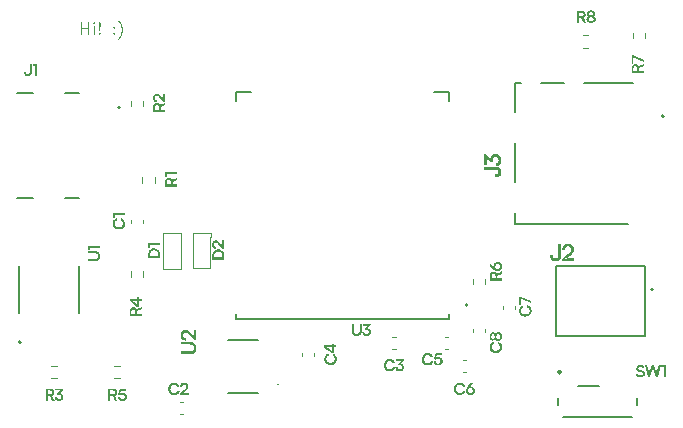
<source format=gbr>
%TF.GenerationSoftware,KiCad,Pcbnew,9.0.6*%
%TF.CreationDate,2025-12-13T17:25:46+11:00*%
%TF.ProjectId,esp32,65737033-322e-46b6-9963-61645f706362,rev?*%
%TF.SameCoordinates,Original*%
%TF.FileFunction,Legend,Top*%
%TF.FilePolarity,Positive*%
%FSLAX46Y46*%
G04 Gerber Fmt 4.6, Leading zero omitted, Abs format (unit mm)*
G04 Created by KiCad (PCBNEW 9.0.6) date 2025-12-13 17:25:46*
%MOMM*%
%LPD*%
G01*
G04 APERTURE LIST*
%ADD10C,0.100000*%
%ADD11C,0.150000*%
%ADD12C,0.254000*%
%ADD13C,0.127000*%
%ADD14C,0.200000*%
%ADD15C,0.120000*%
%ADD16C,0.250000*%
%ADD17C,0.021000*%
G04 APERTURE END LIST*
D10*
X86750000Y-43750000D02*
X86735000Y-44487500D01*
X87765000Y-43750000D02*
X89250000Y-43750000D01*
X85265000Y-44487500D02*
X85265000Y-43750000D01*
X85265000Y-43750000D02*
X86750000Y-43750000D01*
X87765000Y-44412500D02*
X87765000Y-43750000D01*
X89250000Y-43750000D02*
X89235000Y-44412500D01*
X78303884Y-26872419D02*
X78303884Y-25872419D01*
X78303884Y-26348609D02*
X78875312Y-26348609D01*
X78875312Y-26872419D02*
X78875312Y-25872419D01*
X79351503Y-26872419D02*
X79351503Y-26205752D01*
X79351503Y-25872419D02*
X79303884Y-25920038D01*
X79303884Y-25920038D02*
X79351503Y-25967657D01*
X79351503Y-25967657D02*
X79399122Y-25920038D01*
X79399122Y-25920038D02*
X79351503Y-25872419D01*
X79351503Y-25872419D02*
X79351503Y-25967657D01*
X79827693Y-26777180D02*
X79875312Y-26824800D01*
X79875312Y-26824800D02*
X79827693Y-26872419D01*
X79827693Y-26872419D02*
X79780074Y-26824800D01*
X79780074Y-26824800D02*
X79827693Y-26777180D01*
X79827693Y-26777180D02*
X79827693Y-26872419D01*
X79827693Y-26491466D02*
X79780074Y-25920038D01*
X79780074Y-25920038D02*
X79827693Y-25872419D01*
X79827693Y-25872419D02*
X79875312Y-25920038D01*
X79875312Y-25920038D02*
X79827693Y-26491466D01*
X79827693Y-26491466D02*
X79827693Y-25872419D01*
X81065788Y-26777180D02*
X81113407Y-26824800D01*
X81113407Y-26824800D02*
X81065788Y-26872419D01*
X81065788Y-26872419D02*
X81018169Y-26824800D01*
X81018169Y-26824800D02*
X81065788Y-26777180D01*
X81065788Y-26777180D02*
X81065788Y-26872419D01*
X81065788Y-26253371D02*
X81113407Y-26300990D01*
X81113407Y-26300990D02*
X81065788Y-26348609D01*
X81065788Y-26348609D02*
X81018169Y-26300990D01*
X81018169Y-26300990D02*
X81065788Y-26253371D01*
X81065788Y-26253371D02*
X81065788Y-26348609D01*
X81446740Y-27253371D02*
X81494359Y-27205752D01*
X81494359Y-27205752D02*
X81589597Y-27062895D01*
X81589597Y-27062895D02*
X81637216Y-26967657D01*
X81637216Y-26967657D02*
X81684835Y-26824800D01*
X81684835Y-26824800D02*
X81732454Y-26586704D01*
X81732454Y-26586704D02*
X81732454Y-26396228D01*
X81732454Y-26396228D02*
X81684835Y-26158133D01*
X81684835Y-26158133D02*
X81637216Y-26015276D01*
X81637216Y-26015276D02*
X81589597Y-25920038D01*
X81589597Y-25920038D02*
X81494359Y-25777180D01*
X81494359Y-25777180D02*
X81446740Y-25729561D01*
D11*
G36*
X118016581Y-45680759D02*
G01*
X118016581Y-45596812D01*
X118255682Y-45596812D01*
X118255682Y-45679904D01*
X118261329Y-45732146D01*
X118277630Y-45777364D01*
X118304580Y-45817107D01*
X118340952Y-45846907D01*
X118390364Y-45866031D01*
X118457085Y-45873100D01*
X118525214Y-45865978D01*
X118574470Y-45846918D01*
X118609676Y-45817535D01*
X118635057Y-45777993D01*
X118650994Y-45729614D01*
X118656692Y-45670073D01*
X118656692Y-44653058D01*
X118908360Y-44653058D01*
X118908360Y-45685802D01*
X118901916Y-45766459D01*
X118883216Y-45839015D01*
X118852624Y-45904900D01*
X118810620Y-45964070D01*
X118759106Y-46013727D01*
X118697127Y-46054585D01*
X118628684Y-46083752D01*
X118550433Y-46101968D01*
X118460504Y-46108355D01*
X118365344Y-46101634D01*
X118284652Y-46082682D01*
X118216017Y-46052704D01*
X118154435Y-46010524D01*
X118104970Y-45959990D01*
X118066419Y-45900370D01*
X118039134Y-45834269D01*
X118022368Y-45761488D01*
X118016581Y-45680759D01*
G37*
G36*
X120025820Y-46081000D02*
G01*
X119030091Y-46081000D01*
X119030091Y-45892762D01*
X119498805Y-45498248D01*
X119621391Y-45387032D01*
X119667734Y-45335933D01*
X119700806Y-45291375D01*
X119726711Y-45245667D01*
X119743976Y-45201530D01*
X119754199Y-45155386D01*
X119757739Y-45103906D01*
X119750011Y-45025486D01*
X119728729Y-44964277D01*
X119695250Y-44916437D01*
X119649606Y-44880477D01*
X119592159Y-44858064D01*
X119519407Y-44850016D01*
X119444755Y-44859184D01*
X119383941Y-44885208D01*
X119333734Y-44928063D01*
X119297053Y-44983843D01*
X119273765Y-45054097D01*
X119265346Y-45142802D01*
X119013678Y-45142802D01*
X119021087Y-45039959D01*
X119042324Y-44949552D01*
X119076509Y-44869592D01*
X119124353Y-44797380D01*
X119182911Y-44737693D01*
X119253121Y-44689389D01*
X119331321Y-44654638D01*
X119419056Y-44633166D01*
X119518210Y-44625703D01*
X119619049Y-44632368D01*
X119706347Y-44651306D01*
X119782188Y-44681439D01*
X119851117Y-44724323D01*
X119907990Y-44777204D01*
X119954013Y-44840869D01*
X119987052Y-44912280D01*
X120007651Y-44994309D01*
X120014878Y-45089117D01*
X120009682Y-45162216D01*
X119994362Y-45230937D01*
X119968981Y-45296857D01*
X119932812Y-45361985D01*
X119888007Y-45424448D01*
X119831342Y-45490042D01*
X119767323Y-45554265D01*
X119688838Y-45624937D01*
X119341256Y-45922168D01*
X119251412Y-45845745D01*
X120025820Y-45845745D01*
X120025820Y-46081000D01*
G37*
G36*
X81074490Y-56897108D02*
G01*
X81147075Y-56913816D01*
X81207611Y-56939988D01*
X81258077Y-56975153D01*
X81299867Y-57020348D01*
X81329928Y-57073458D01*
X81348667Y-57136065D01*
X81355286Y-57210420D01*
X81349736Y-57277186D01*
X81333902Y-57334742D01*
X81308391Y-57384748D01*
X81273024Y-57428225D01*
X81227593Y-57464790D01*
X81170516Y-57494658D01*
X81365117Y-57913046D01*
X81169112Y-57913046D01*
X80996066Y-57532027D01*
X80776919Y-57532027D01*
X80776919Y-57913046D01*
X80597156Y-57913046D01*
X80597156Y-57375711D01*
X80776919Y-57375711D01*
X80987639Y-57375711D01*
X81042833Y-57370345D01*
X81086171Y-57355541D01*
X81120263Y-57332236D01*
X81146086Y-57300385D01*
X81162025Y-57260884D01*
X81167707Y-57211458D01*
X81161975Y-57162090D01*
X81146007Y-57123374D01*
X81120263Y-57092817D01*
X81086328Y-57070667D01*
X81042994Y-57056507D01*
X80987639Y-57051357D01*
X80776919Y-57051357D01*
X80776919Y-57375711D01*
X80597156Y-57375711D01*
X80597156Y-56891133D01*
X80987395Y-56891133D01*
X81074490Y-56897108D01*
G37*
G36*
X81775078Y-57930631D02*
G01*
X81705267Y-57925613D01*
X81643450Y-57911185D01*
X81588355Y-57887889D01*
X81538510Y-57855284D01*
X81497275Y-57815316D01*
X81463852Y-57767355D01*
X81439794Y-57713893D01*
X81424932Y-57653860D01*
X81419766Y-57585943D01*
X81595621Y-57585943D01*
X81601543Y-57641737D01*
X81618036Y-57686067D01*
X81644408Y-57721498D01*
X81679741Y-57748009D01*
X81723545Y-57764508D01*
X81778254Y-57770408D01*
X81835245Y-57764031D01*
X81881996Y-57745983D01*
X81920908Y-57716250D01*
X81950323Y-57675397D01*
X81968341Y-57626497D01*
X81974686Y-57567686D01*
X81968725Y-57511412D01*
X81951666Y-57463639D01*
X81923567Y-57423201D01*
X81885476Y-57393053D01*
X81839112Y-57374516D01*
X81780940Y-57367896D01*
X81724394Y-57374442D01*
X81672985Y-57393785D01*
X81628306Y-57423847D01*
X81595621Y-57460158D01*
X81437901Y-57426575D01*
X81563503Y-56891133D01*
X82096197Y-56891133D01*
X82096197Y-57055265D01*
X81645813Y-57055265D01*
X81705713Y-56999638D01*
X81623465Y-57326008D01*
X81563503Y-57351226D01*
X81589549Y-57312177D01*
X81623053Y-57279745D01*
X81664925Y-57253407D01*
X81711283Y-57234776D01*
X81762114Y-57223338D01*
X81818248Y-57219396D01*
X81885207Y-57224485D01*
X81944240Y-57239107D01*
X81996668Y-57262749D01*
X82043924Y-57295388D01*
X82083356Y-57335012D01*
X82115614Y-57382245D01*
X82138958Y-57434540D01*
X82153358Y-57493031D01*
X82158356Y-57558954D01*
X82152726Y-57631211D01*
X82136475Y-57695482D01*
X82110057Y-57753128D01*
X82073673Y-57804938D01*
X82029177Y-57848274D01*
X81975785Y-57883797D01*
X81916807Y-57909312D01*
X81850382Y-57925124D01*
X81775078Y-57930631D01*
G37*
G36*
X85413046Y-32888790D02*
G01*
X85032027Y-33061836D01*
X85032027Y-33280983D01*
X85413046Y-33280983D01*
X85413046Y-33460746D01*
X84391133Y-33460746D01*
X84391133Y-33070507D01*
X84391150Y-33070263D01*
X84551357Y-33070263D01*
X84551357Y-33280983D01*
X84875711Y-33280983D01*
X84875711Y-33070263D01*
X84870345Y-33015069D01*
X84855541Y-32971731D01*
X84832236Y-32937639D01*
X84800385Y-32911816D01*
X84760884Y-32895877D01*
X84711458Y-32890195D01*
X84662090Y-32895927D01*
X84623374Y-32911895D01*
X84592817Y-32937639D01*
X84570667Y-32971574D01*
X84556507Y-33014908D01*
X84551357Y-33070263D01*
X84391150Y-33070263D01*
X84397108Y-32983412D01*
X84413816Y-32910827D01*
X84439988Y-32850291D01*
X84475153Y-32799825D01*
X84520348Y-32758035D01*
X84573458Y-32727974D01*
X84636065Y-32709235D01*
X84710420Y-32702616D01*
X84777186Y-32708166D01*
X84834742Y-32724000D01*
X84884748Y-32749511D01*
X84928225Y-32784878D01*
X84964790Y-32830309D01*
X84994658Y-32887386D01*
X85413046Y-32692785D01*
X85413046Y-32888790D01*
G37*
G36*
X85415000Y-31922993D02*
G01*
X85415000Y-32634228D01*
X85280544Y-32634228D01*
X84998749Y-32299432D01*
X84919309Y-32211871D01*
X84882809Y-32178768D01*
X84850982Y-32155146D01*
X84818333Y-32136642D01*
X84786807Y-32124310D01*
X84753847Y-32117008D01*
X84717076Y-32114479D01*
X84661061Y-32119999D01*
X84617341Y-32135201D01*
X84583169Y-32159115D01*
X84557483Y-32191717D01*
X84541474Y-32232751D01*
X84535725Y-32284717D01*
X84542274Y-32338039D01*
X84560863Y-32381478D01*
X84591474Y-32417340D01*
X84631316Y-32443541D01*
X84681498Y-32460175D01*
X84744858Y-32466189D01*
X84744858Y-32645952D01*
X84671399Y-32640659D01*
X84606823Y-32625490D01*
X84549708Y-32601072D01*
X84498129Y-32566898D01*
X84455495Y-32525071D01*
X84420992Y-32474921D01*
X84396170Y-32419063D01*
X84380833Y-32356396D01*
X84375502Y-32285571D01*
X84380263Y-32213543D01*
X84393790Y-32151188D01*
X84415314Y-32097016D01*
X84445945Y-32047781D01*
X84483717Y-32007157D01*
X84529192Y-31974284D01*
X84580200Y-31950684D01*
X84638792Y-31935971D01*
X84706512Y-31930809D01*
X84758726Y-31934520D01*
X84807812Y-31945463D01*
X84854898Y-31963592D01*
X84901418Y-31989427D01*
X84946034Y-32021431D01*
X84992887Y-32061906D01*
X85038761Y-32107634D01*
X85089241Y-32163694D01*
X85301549Y-32411967D01*
X85246960Y-32476142D01*
X85246960Y-31922993D01*
X85415000Y-31922993D01*
G37*
G36*
X125913046Y-29596292D02*
G01*
X125532027Y-29769338D01*
X125532027Y-29988485D01*
X125913046Y-29988485D01*
X125913046Y-30168248D01*
X124891133Y-30168248D01*
X124891133Y-29778009D01*
X124891150Y-29777765D01*
X125051357Y-29777765D01*
X125051357Y-29988485D01*
X125375711Y-29988485D01*
X125375711Y-29777765D01*
X125370345Y-29722571D01*
X125355541Y-29679233D01*
X125332236Y-29645141D01*
X125300385Y-29619318D01*
X125260884Y-29603379D01*
X125211458Y-29597697D01*
X125162090Y-29603429D01*
X125123374Y-29619397D01*
X125092817Y-29645141D01*
X125070667Y-29679076D01*
X125056507Y-29722410D01*
X125051357Y-29777765D01*
X124891150Y-29777765D01*
X124897108Y-29690914D01*
X124913816Y-29618329D01*
X124939988Y-29557793D01*
X124975153Y-29507327D01*
X125020348Y-29465537D01*
X125073458Y-29435476D01*
X125136065Y-29416737D01*
X125210420Y-29410118D01*
X125277186Y-29415668D01*
X125334742Y-29431502D01*
X125384748Y-29457013D01*
X125428225Y-29492380D01*
X125464790Y-29537811D01*
X125494658Y-29594888D01*
X125913046Y-29400287D01*
X125913046Y-29596292D01*
G37*
G36*
X124895041Y-29396440D02*
G01*
X124895041Y-28661758D01*
X125059173Y-28661758D01*
X125059173Y-29396440D01*
X124895041Y-29396440D01*
G37*
G36*
X124969719Y-28801709D02*
G01*
X125059173Y-28661758D01*
X125915000Y-29032580D01*
X125915000Y-29218693D01*
X124969719Y-28801709D01*
G37*
G36*
X107642429Y-54934539D02*
G01*
X107567628Y-54930194D01*
X107500020Y-54917640D01*
X107438660Y-54897371D01*
X107382737Y-54869570D01*
X107330969Y-54833840D01*
X107285492Y-54791726D01*
X107245865Y-54742815D01*
X107211889Y-54686449D01*
X107178879Y-54605605D01*
X107158244Y-54513369D01*
X107151012Y-54407646D01*
X107155190Y-54327847D01*
X107167261Y-54255480D01*
X107186716Y-54189651D01*
X107213294Y-54129576D01*
X107248004Y-54072999D01*
X107288659Y-54023775D01*
X107335501Y-53981272D01*
X107389027Y-53945111D01*
X107446759Y-53916832D01*
X107509142Y-53896347D01*
X107576881Y-53883744D01*
X107650794Y-53879410D01*
X107730973Y-53884623D01*
X107803380Y-53899710D01*
X107869147Y-53924167D01*
X107930313Y-53958258D01*
X107983253Y-53999828D01*
X108028760Y-54049220D01*
X108065239Y-54105388D01*
X108091864Y-54168588D01*
X108108566Y-54240034D01*
X107919583Y-54240034D01*
X107896359Y-54184064D01*
X107863618Y-54138208D01*
X107820848Y-54100999D01*
X107770645Y-54073972D01*
X107712681Y-54057227D01*
X107645176Y-54051357D01*
X107584842Y-54056400D01*
X107531359Y-54070963D01*
X107483487Y-54094710D01*
X107441165Y-54127258D01*
X107405588Y-54167906D01*
X107376387Y-54217686D01*
X107356002Y-54272025D01*
X107343132Y-54334866D01*
X107338590Y-54407707D01*
X107343059Y-54477643D01*
X107355861Y-54539406D01*
X107376387Y-54594187D01*
X107405598Y-54644442D01*
X107441181Y-54685557D01*
X107483487Y-54718567D01*
X107531399Y-54742698D01*
X107584878Y-54757477D01*
X107645176Y-54762592D01*
X107713619Y-54756678D01*
X107773023Y-54739734D01*
X107825061Y-54712278D01*
X107869751Y-54674566D01*
X107902788Y-54629759D01*
X107925140Y-54576723D01*
X108111375Y-54576723D01*
X108093059Y-54645270D01*
X108064891Y-54707385D01*
X108026684Y-54763996D01*
X107979796Y-54813797D01*
X107925454Y-54855635D01*
X107862858Y-54889842D01*
X107795754Y-54914324D01*
X107722620Y-54929363D01*
X107642429Y-54934539D01*
G37*
G36*
X108512605Y-54930631D02*
G01*
X108442794Y-54925613D01*
X108380976Y-54911185D01*
X108325881Y-54887889D01*
X108276036Y-54855284D01*
X108234801Y-54815316D01*
X108201378Y-54767355D01*
X108177321Y-54713893D01*
X108162459Y-54653860D01*
X108157292Y-54585943D01*
X108333147Y-54585943D01*
X108339069Y-54641737D01*
X108355563Y-54686067D01*
X108381935Y-54721498D01*
X108417268Y-54748009D01*
X108461071Y-54764508D01*
X108515780Y-54770408D01*
X108572771Y-54764031D01*
X108619522Y-54745983D01*
X108658435Y-54716250D01*
X108687849Y-54675397D01*
X108705868Y-54626497D01*
X108712212Y-54567686D01*
X108706251Y-54511412D01*
X108689192Y-54463639D01*
X108661094Y-54423201D01*
X108623002Y-54393053D01*
X108576639Y-54374516D01*
X108518467Y-54367896D01*
X108461920Y-54374442D01*
X108410511Y-54393785D01*
X108365833Y-54423847D01*
X108333147Y-54460158D01*
X108175427Y-54426575D01*
X108301029Y-53891133D01*
X108833723Y-53891133D01*
X108833723Y-54055265D01*
X108383339Y-54055265D01*
X108443240Y-53999638D01*
X108360991Y-54326008D01*
X108301029Y-54351226D01*
X108327075Y-54312177D01*
X108360579Y-54279745D01*
X108402451Y-54253407D01*
X108448810Y-54234776D01*
X108499640Y-54223338D01*
X108555775Y-54219396D01*
X108622734Y-54224485D01*
X108681767Y-54239107D01*
X108734194Y-54262749D01*
X108781450Y-54295388D01*
X108820882Y-54335012D01*
X108853140Y-54382245D01*
X108876485Y-54434540D01*
X108890885Y-54493031D01*
X108895883Y-54558954D01*
X108890252Y-54631211D01*
X108874001Y-54695482D01*
X108847584Y-54753128D01*
X108811199Y-54804938D01*
X108766704Y-54848274D01*
X108713311Y-54883797D01*
X108654333Y-54909312D01*
X108587909Y-54925124D01*
X108512605Y-54930631D01*
G37*
G36*
X113913046Y-47170541D02*
G01*
X113532027Y-47343587D01*
X113532027Y-47562734D01*
X113913046Y-47562734D01*
X113913046Y-47742497D01*
X112891133Y-47742497D01*
X112891133Y-47352258D01*
X112891150Y-47352014D01*
X113051357Y-47352014D01*
X113051357Y-47562734D01*
X113375711Y-47562734D01*
X113375711Y-47352014D01*
X113370345Y-47296820D01*
X113355541Y-47253482D01*
X113332236Y-47219390D01*
X113300385Y-47193567D01*
X113260884Y-47177628D01*
X113211458Y-47171946D01*
X113162090Y-47177678D01*
X113123374Y-47193646D01*
X113092817Y-47219390D01*
X113070667Y-47253325D01*
X113056507Y-47296659D01*
X113051357Y-47352014D01*
X112891150Y-47352014D01*
X112897108Y-47265163D01*
X112913816Y-47192578D01*
X112939988Y-47132042D01*
X112975153Y-47081576D01*
X113020348Y-47039786D01*
X113073458Y-47009725D01*
X113136065Y-46990986D01*
X113210420Y-46984367D01*
X113277186Y-46989917D01*
X113334742Y-47005751D01*
X113384748Y-47031262D01*
X113428225Y-47066629D01*
X113464790Y-47112060D01*
X113494658Y-47169137D01*
X113913046Y-46974536D01*
X113913046Y-47170541D01*
G37*
G36*
X113634857Y-46167522D02*
G01*
X113698599Y-46184198D01*
X113755997Y-46211399D01*
X113807571Y-46248507D01*
X113851008Y-46293446D01*
X113886912Y-46346954D01*
X113913059Y-46405910D01*
X113929040Y-46470508D01*
X113934539Y-46541921D01*
X113928901Y-46614266D01*
X113912500Y-46679815D01*
X113885629Y-46739758D01*
X113848852Y-46794124D01*
X113804576Y-46839751D01*
X113752212Y-46877389D01*
X113694095Y-46905164D01*
X113631356Y-46921964D01*
X113562862Y-46927703D01*
X113501382Y-46923912D01*
X113446236Y-46912987D01*
X113392460Y-46894067D01*
X113332358Y-46864016D01*
X113270942Y-46825844D01*
X113195399Y-46772303D01*
X112895041Y-46551141D01*
X112895041Y-46347137D01*
X113220014Y-46591203D01*
X113211468Y-46558247D01*
X113209987Y-46541372D01*
X113356172Y-46541372D01*
X113362998Y-46598774D01*
X113382672Y-46647617D01*
X113414236Y-46688492D01*
X113455884Y-46718875D01*
X113505220Y-46737513D01*
X113563839Y-46744032D01*
X113623747Y-46737331D01*
X113673932Y-46718203D01*
X113716214Y-46687313D01*
X113747815Y-46646884D01*
X113767469Y-46598666D01*
X113774316Y-46541372D01*
X113767487Y-46485353D01*
X113747815Y-46437935D01*
X113716267Y-46398120D01*
X113673932Y-46367410D01*
X113623743Y-46348236D01*
X113563839Y-46341520D01*
X113505265Y-46348218D01*
X113455884Y-46367410D01*
X113414104Y-46398072D01*
X113382672Y-46437935D01*
X113363001Y-46485353D01*
X113356172Y-46541372D01*
X113209987Y-46541372D01*
X113207672Y-46514993D01*
X113212985Y-46446401D01*
X113228315Y-46385402D01*
X113253224Y-46330712D01*
X113287521Y-46281426D01*
X113329300Y-46240224D01*
X113379253Y-46206454D01*
X113434505Y-46181963D01*
X113495503Y-46166942D01*
X113563412Y-46161757D01*
X113634857Y-46167522D01*
G37*
G36*
X79541003Y-46082763D02*
G01*
X78893087Y-46082763D01*
X78893087Y-45903000D01*
X79530744Y-45903000D01*
X79585991Y-45898847D01*
X79631507Y-45887263D01*
X79669058Y-45869103D01*
X79700005Y-45844565D01*
X79724783Y-45813722D01*
X79743006Y-45776733D01*
X79754561Y-45732358D01*
X79758684Y-45678968D01*
X79754498Y-45624891D01*
X79742783Y-45580101D01*
X79724334Y-45542909D01*
X79699272Y-45512028D01*
X79667995Y-45487410D01*
X79630397Y-45469253D01*
X79585200Y-45457715D01*
X79530744Y-45453593D01*
X78893087Y-45453593D01*
X78893087Y-45273830D01*
X79541003Y-45273830D01*
X79618839Y-45279686D01*
X79686976Y-45296457D01*
X79747021Y-45323473D01*
X79800794Y-45361066D01*
X79845711Y-45407570D01*
X79882454Y-45463912D01*
X79908582Y-45526158D01*
X79924908Y-45597286D01*
X79930631Y-45678968D01*
X79925003Y-45759819D01*
X79908918Y-45830570D01*
X79883126Y-45892803D01*
X79846741Y-45949036D01*
X79801846Y-45995526D01*
X79747693Y-46033181D01*
X79687222Y-46060184D01*
X79618846Y-46076925D01*
X79541003Y-46082763D01*
G37*
G36*
X79055265Y-44967061D02*
G01*
X79055265Y-45191765D01*
X78895041Y-45191765D01*
X78895041Y-44796274D01*
X79916953Y-44796274D01*
X79916953Y-44967061D01*
X79055265Y-44967061D01*
G37*
G36*
X110352774Y-57434539D02*
G01*
X110277973Y-57430194D01*
X110210365Y-57417640D01*
X110149005Y-57397371D01*
X110093082Y-57369570D01*
X110041314Y-57333840D01*
X109995837Y-57291726D01*
X109956210Y-57242815D01*
X109922234Y-57186449D01*
X109889224Y-57105605D01*
X109868589Y-57013369D01*
X109861357Y-56907646D01*
X109865535Y-56827847D01*
X109877606Y-56755480D01*
X109897061Y-56689651D01*
X109923639Y-56629576D01*
X109958349Y-56572999D01*
X109999004Y-56523775D01*
X110045846Y-56481272D01*
X110099372Y-56445111D01*
X110157104Y-56416832D01*
X110219487Y-56396347D01*
X110287226Y-56383744D01*
X110361139Y-56379410D01*
X110441318Y-56384623D01*
X110513725Y-56399710D01*
X110579492Y-56424167D01*
X110640658Y-56458258D01*
X110693598Y-56499828D01*
X110739105Y-56549220D01*
X110775584Y-56605388D01*
X110802209Y-56668588D01*
X110818911Y-56740034D01*
X110629928Y-56740034D01*
X110606704Y-56684064D01*
X110573963Y-56638208D01*
X110531193Y-56600999D01*
X110480990Y-56573972D01*
X110423026Y-56557227D01*
X110355521Y-56551357D01*
X110295187Y-56556400D01*
X110241704Y-56570963D01*
X110193832Y-56594710D01*
X110151510Y-56627258D01*
X110115933Y-56667906D01*
X110086732Y-56717686D01*
X110066347Y-56772025D01*
X110053477Y-56834866D01*
X110048935Y-56907707D01*
X110053404Y-56977643D01*
X110066206Y-57039406D01*
X110086732Y-57094187D01*
X110115943Y-57144442D01*
X110151526Y-57185557D01*
X110193832Y-57218567D01*
X110241744Y-57242698D01*
X110295223Y-57257477D01*
X110355521Y-57262592D01*
X110423964Y-57256678D01*
X110483368Y-57239734D01*
X110535406Y-57212278D01*
X110580096Y-57174566D01*
X110613133Y-57129759D01*
X110635485Y-57076723D01*
X110821720Y-57076723D01*
X110803404Y-57145270D01*
X110775236Y-57207385D01*
X110737029Y-57263996D01*
X110690141Y-57313797D01*
X110635799Y-57355635D01*
X110573203Y-57389842D01*
X110506099Y-57414324D01*
X110432965Y-57429363D01*
X110352774Y-57434539D01*
G37*
G36*
X111196321Y-56720014D02*
G01*
X111229277Y-56711468D01*
X111272531Y-56707672D01*
X111341124Y-56712985D01*
X111402122Y-56728315D01*
X111456812Y-56753224D01*
X111506098Y-56787521D01*
X111547300Y-56829300D01*
X111581071Y-56879253D01*
X111605561Y-56934505D01*
X111620582Y-56995503D01*
X111625767Y-57063412D01*
X111620002Y-57134857D01*
X111603327Y-57198599D01*
X111576125Y-57255997D01*
X111539017Y-57307571D01*
X111494078Y-57351008D01*
X111440570Y-57386912D01*
X111381615Y-57413059D01*
X111317017Y-57429040D01*
X111245603Y-57434539D01*
X111173259Y-57428901D01*
X111107709Y-57412500D01*
X111047767Y-57385629D01*
X110993401Y-57348852D01*
X110947773Y-57304576D01*
X110910136Y-57252212D01*
X110882361Y-57194095D01*
X110865560Y-57131356D01*
X110859904Y-57063839D01*
X111043492Y-57063839D01*
X111050194Y-57123747D01*
X111069321Y-57173932D01*
X111100211Y-57216214D01*
X111140640Y-57247815D01*
X111188858Y-57267469D01*
X111246153Y-57274316D01*
X111302171Y-57267487D01*
X111349590Y-57247815D01*
X111389404Y-57216267D01*
X111420115Y-57173932D01*
X111439288Y-57123743D01*
X111446004Y-57063839D01*
X111439306Y-57005265D01*
X111420115Y-56955884D01*
X111389452Y-56914104D01*
X111349590Y-56882672D01*
X111302171Y-56863001D01*
X111246153Y-56856172D01*
X111188750Y-56862998D01*
X111139907Y-56882672D01*
X111099032Y-56914236D01*
X111068649Y-56955884D01*
X111050012Y-57005220D01*
X111043492Y-57063839D01*
X110859904Y-57063839D01*
X110859822Y-57062862D01*
X110863612Y-57001382D01*
X110874537Y-56946236D01*
X110893457Y-56892460D01*
X110923508Y-56832358D01*
X110961681Y-56770942D01*
X111015221Y-56695399D01*
X111236383Y-56395041D01*
X111440387Y-56395041D01*
X111196321Y-56720014D01*
G37*
G36*
X86413046Y-39217820D02*
G01*
X86032027Y-39390866D01*
X86032027Y-39610013D01*
X86413046Y-39610013D01*
X86413046Y-39789776D01*
X85391133Y-39789776D01*
X85391133Y-39399537D01*
X85391150Y-39399293D01*
X85551357Y-39399293D01*
X85551357Y-39610013D01*
X85875711Y-39610013D01*
X85875711Y-39399293D01*
X85870345Y-39344099D01*
X85855541Y-39300761D01*
X85832236Y-39266669D01*
X85800385Y-39240846D01*
X85760884Y-39224907D01*
X85711458Y-39219225D01*
X85662090Y-39224957D01*
X85623374Y-39240925D01*
X85592817Y-39266669D01*
X85570667Y-39300604D01*
X85556507Y-39343938D01*
X85551357Y-39399293D01*
X85391150Y-39399293D01*
X85397108Y-39312442D01*
X85413816Y-39239857D01*
X85439988Y-39179321D01*
X85475153Y-39128855D01*
X85520348Y-39087065D01*
X85573458Y-39057004D01*
X85636065Y-39038265D01*
X85710420Y-39031646D01*
X85777186Y-39037196D01*
X85834742Y-39053030D01*
X85884748Y-39078541D01*
X85928225Y-39113908D01*
X85964790Y-39159339D01*
X85994658Y-39216416D01*
X86413046Y-39021815D01*
X86413046Y-39217820D01*
G37*
G36*
X85555265Y-38752232D02*
G01*
X85555265Y-38976936D01*
X85395041Y-38976936D01*
X85395041Y-38581445D01*
X86416953Y-38581445D01*
X86416953Y-38752232D01*
X85555265Y-38752232D01*
G37*
G36*
X75755352Y-56897108D02*
G01*
X75827937Y-56913816D01*
X75888473Y-56939988D01*
X75938939Y-56975153D01*
X75980729Y-57020348D01*
X76010790Y-57073458D01*
X76029529Y-57136065D01*
X76036148Y-57210420D01*
X76030598Y-57277186D01*
X76014764Y-57334742D01*
X75989253Y-57384748D01*
X75953886Y-57428225D01*
X75908455Y-57464790D01*
X75851378Y-57494658D01*
X76045979Y-57913046D01*
X75849974Y-57913046D01*
X75676928Y-57532027D01*
X75457781Y-57532027D01*
X75457781Y-57913046D01*
X75278018Y-57913046D01*
X75278018Y-57375711D01*
X75457781Y-57375711D01*
X75668501Y-57375711D01*
X75723695Y-57370345D01*
X75767033Y-57355541D01*
X75801125Y-57332236D01*
X75826948Y-57300385D01*
X75842887Y-57260884D01*
X75848569Y-57211458D01*
X75842837Y-57162090D01*
X75826869Y-57123374D01*
X75801125Y-57092817D01*
X75767190Y-57070667D01*
X75723856Y-57056507D01*
X75668501Y-57051357D01*
X75457781Y-57051357D01*
X75457781Y-57375711D01*
X75278018Y-57375711D01*
X75278018Y-56891133D01*
X75668257Y-56891133D01*
X75755352Y-56897108D01*
G37*
G36*
X76764969Y-57036153D02*
G01*
X76396101Y-57377238D01*
X76278803Y-57294806D01*
X76636314Y-56965566D01*
X76605600Y-57051357D01*
X76116260Y-57051357D01*
X76116260Y-56895041D01*
X76764969Y-56895041D01*
X76764969Y-57036153D01*
G37*
G36*
X76403062Y-57410760D02*
G01*
X76278803Y-57410760D01*
X76278803Y-57294806D01*
X76308455Y-57277664D01*
X76348901Y-57266168D01*
X76430234Y-57258475D01*
X76501775Y-57264140D01*
X76569025Y-57280884D01*
X76631592Y-57308476D01*
X76686139Y-57345853D01*
X76731713Y-57393103D01*
X76766739Y-57450572D01*
X76782826Y-57492901D01*
X76792780Y-57539894D01*
X76796232Y-57592355D01*
X76790495Y-57660730D01*
X76773997Y-57720737D01*
X76747200Y-57773888D01*
X76710682Y-57821075D01*
X76666373Y-57860498D01*
X76613416Y-57892651D01*
X76555652Y-57915674D01*
X76493166Y-57929724D01*
X76425044Y-57934539D01*
X76358782Y-57929922D01*
X76298652Y-57916516D01*
X76243693Y-57894666D01*
X76193656Y-57863891D01*
X76151418Y-57825201D01*
X76116260Y-57777918D01*
X76090870Y-57724748D01*
X76074971Y-57662871D01*
X76069365Y-57590462D01*
X76245220Y-57590462D01*
X76251269Y-57646918D01*
X76268049Y-57691266D01*
X76294801Y-57726261D01*
X76330500Y-57752422D01*
X76373793Y-57768583D01*
X76426814Y-57774316D01*
X76480565Y-57768298D01*
X76524778Y-57751248D01*
X76561575Y-57723452D01*
X76589451Y-57686725D01*
X76606535Y-57642632D01*
X76612561Y-57589057D01*
X76606636Y-57540141D01*
X76589491Y-57498218D01*
X76560843Y-57461624D01*
X76523186Y-57434775D01*
X76472018Y-57417269D01*
X76403062Y-57410760D01*
G37*
G36*
X90005013Y-45108522D02*
G01*
X90092591Y-45129907D01*
X90171550Y-45164688D01*
X90242966Y-45212777D01*
X90302372Y-45271165D01*
X90350825Y-45340726D01*
X90378395Y-45397895D01*
X90398412Y-45459882D01*
X90410750Y-45527399D01*
X90415000Y-45601273D01*
X90415000Y-45968675D01*
X89395041Y-45968675D01*
X89395041Y-45627040D01*
X89559173Y-45627040D01*
X89559173Y-45788912D01*
X90250868Y-45788912D01*
X90250868Y-45617270D01*
X90245902Y-45550286D01*
X90231726Y-45492047D01*
X90208981Y-45441110D01*
X90177098Y-45395538D01*
X90137753Y-45358000D01*
X90090157Y-45327843D01*
X90037542Y-45306674D01*
X89977007Y-45293380D01*
X89907096Y-45288703D01*
X89835355Y-45293568D01*
X89773709Y-45307355D01*
X89720556Y-45329247D01*
X89672591Y-45360347D01*
X89633041Y-45398817D01*
X89601121Y-45445323D01*
X89578427Y-45497205D01*
X89564188Y-45557244D01*
X89559173Y-45627040D01*
X89395041Y-45627040D01*
X89395041Y-45610981D01*
X89399341Y-45535753D01*
X89411822Y-45466985D01*
X89432069Y-45403845D01*
X89459949Y-45345611D01*
X89508913Y-45274588D01*
X89568591Y-45215060D01*
X89639956Y-45166093D01*
X89698448Y-45138207D01*
X89761961Y-45117939D01*
X89831228Y-45105434D01*
X89907096Y-45101124D01*
X90005013Y-45108522D01*
G37*
G36*
X90415000Y-44340064D02*
G01*
X90415000Y-45051299D01*
X90280544Y-45051299D01*
X89998749Y-44716503D01*
X89919309Y-44628942D01*
X89882809Y-44595839D01*
X89850982Y-44572216D01*
X89818333Y-44553713D01*
X89786807Y-44541381D01*
X89753847Y-44534079D01*
X89717076Y-44531550D01*
X89661061Y-44537070D01*
X89617341Y-44552271D01*
X89583169Y-44576185D01*
X89557483Y-44608788D01*
X89541474Y-44649822D01*
X89535725Y-44701787D01*
X89542274Y-44755110D01*
X89560863Y-44798549D01*
X89591474Y-44834411D01*
X89631316Y-44860612D01*
X89681498Y-44877245D01*
X89744858Y-44883260D01*
X89744858Y-45063022D01*
X89671399Y-45057730D01*
X89606823Y-45042561D01*
X89549708Y-45018143D01*
X89498129Y-44983968D01*
X89455495Y-44942141D01*
X89420992Y-44891991D01*
X89396170Y-44836134D01*
X89380833Y-44773467D01*
X89375502Y-44702642D01*
X89380263Y-44630614D01*
X89393790Y-44568259D01*
X89415314Y-44514087D01*
X89445945Y-44464851D01*
X89483717Y-44424228D01*
X89529192Y-44391355D01*
X89580200Y-44367755D01*
X89638792Y-44353041D01*
X89706512Y-44347879D01*
X89758726Y-44351590D01*
X89807812Y-44362534D01*
X89854898Y-44380663D01*
X89901418Y-44406498D01*
X89946034Y-44438502D01*
X89992887Y-44478977D01*
X90038761Y-44524705D01*
X90089241Y-44580765D01*
X90301549Y-44829038D01*
X90246960Y-44893213D01*
X90246960Y-44340064D01*
X90415000Y-44340064D01*
G37*
G36*
X84575013Y-45012552D02*
G01*
X84662591Y-45033937D01*
X84741550Y-45068718D01*
X84812966Y-45116807D01*
X84872372Y-45175195D01*
X84920825Y-45244756D01*
X84948395Y-45301925D01*
X84968412Y-45363912D01*
X84980750Y-45431429D01*
X84985000Y-45505303D01*
X84985000Y-45872705D01*
X83965041Y-45872705D01*
X83965041Y-45531070D01*
X84129173Y-45531070D01*
X84129173Y-45692942D01*
X84820868Y-45692942D01*
X84820868Y-45521300D01*
X84815902Y-45454316D01*
X84801726Y-45396077D01*
X84778981Y-45345140D01*
X84747098Y-45299568D01*
X84707753Y-45262030D01*
X84660157Y-45231873D01*
X84607542Y-45210704D01*
X84547007Y-45197410D01*
X84477096Y-45192733D01*
X84405355Y-45197598D01*
X84343709Y-45211385D01*
X84290556Y-45233277D01*
X84242591Y-45264377D01*
X84203041Y-45302847D01*
X84171121Y-45349353D01*
X84148427Y-45401235D01*
X84134188Y-45461274D01*
X84129173Y-45531070D01*
X83965041Y-45531070D01*
X83965041Y-45515011D01*
X83969341Y-45439783D01*
X83981822Y-45371015D01*
X84002069Y-45307875D01*
X84029949Y-45249641D01*
X84078913Y-45178618D01*
X84138591Y-45119090D01*
X84209956Y-45070123D01*
X84268448Y-45042237D01*
X84331961Y-45021969D01*
X84401228Y-45009464D01*
X84477096Y-45005154D01*
X84575013Y-45012552D01*
G37*
G36*
X84125265Y-44744303D02*
G01*
X84125265Y-44969006D01*
X83965041Y-44969006D01*
X83965041Y-44573516D01*
X84986953Y-44573516D01*
X84986953Y-44744303D01*
X84125265Y-44744303D01*
G37*
G36*
X125293440Y-55179279D02*
G01*
X125298752Y-55120990D01*
X125314215Y-55068654D01*
X125339724Y-55021071D01*
X125374114Y-54979147D01*
X125416574Y-54943536D01*
X125468135Y-54913970D01*
X125524110Y-54893070D01*
X125587094Y-54880045D01*
X125658278Y-54875502D01*
X125726797Y-54879852D01*
X125786485Y-54892234D01*
X125838651Y-54911955D01*
X125886468Y-54940089D01*
X125925938Y-54974561D01*
X125957964Y-55015758D01*
X125981324Y-55062321D01*
X125995742Y-55115151D01*
X126000767Y-55175615D01*
X125821004Y-55175615D01*
X125815727Y-55133887D01*
X125800776Y-55100251D01*
X125776125Y-55072789D01*
X125744271Y-55052876D01*
X125704746Y-55040264D01*
X125655530Y-55035725D01*
X125601484Y-55040287D01*
X125558003Y-55052928D01*
X125522967Y-55072728D01*
X125495283Y-55100488D01*
X125478897Y-55133677D01*
X125473203Y-55174089D01*
X125476858Y-55209256D01*
X125487058Y-55237399D01*
X125503367Y-55260062D01*
X125525360Y-55278008D01*
X125556162Y-55293778D01*
X125598072Y-55306896D01*
X125759333Y-55343227D01*
X125844670Y-55368168D01*
X125908733Y-55400433D01*
X125955765Y-55439031D01*
X125983276Y-55474659D01*
X126003314Y-55516118D01*
X126015874Y-55564529D01*
X126020307Y-55621359D01*
X126014958Y-55682455D01*
X125999438Y-55737057D01*
X125973962Y-55786406D01*
X125939298Y-55829763D01*
X125895930Y-55866233D01*
X125842681Y-55896132D01*
X125784812Y-55916927D01*
X125719021Y-55929968D01*
X125643989Y-55934539D01*
X125572650Y-55930148D01*
X125509859Y-55917596D01*
X125454396Y-55897536D01*
X125403191Y-55868937D01*
X125361197Y-55834355D01*
X125327329Y-55793550D01*
X125302305Y-55747032D01*
X125287011Y-55694903D01*
X125281716Y-55635830D01*
X125461479Y-55635830D01*
X125467161Y-55676254D01*
X125483509Y-55709464D01*
X125511121Y-55737252D01*
X125546122Y-55756989D01*
X125590332Y-55769696D01*
X125646127Y-55774316D01*
X125704815Y-55769678D01*
X125751318Y-55756945D01*
X125788093Y-55737252D01*
X125817609Y-55709290D01*
X125834702Y-55676913D01*
X125840544Y-55638517D01*
X125837135Y-55604058D01*
X125827620Y-55576284D01*
X125812456Y-55553764D01*
X125791708Y-55536057D01*
X125762148Y-55521193D01*
X125721292Y-55509740D01*
X125558627Y-55473347D01*
X125493728Y-55455247D01*
X125440167Y-55432016D01*
X125396279Y-55404154D01*
X125360729Y-55371803D01*
X125331934Y-55333279D01*
X125311041Y-55289112D01*
X125298013Y-55238239D01*
X125293440Y-55179279D01*
G37*
G36*
X126322069Y-55915000D02*
G01*
X126016887Y-54893087D01*
X126203061Y-54893087D01*
X126365483Y-55432742D01*
X126389235Y-55521524D01*
X126411706Y-55635403D01*
X126436191Y-55521524D01*
X126460676Y-55432742D01*
X126623098Y-54893087D01*
X126820507Y-54893087D01*
X126978654Y-55432742D01*
X127003201Y-55523600D01*
X127027686Y-55635403D01*
X127053576Y-55518715D01*
X127076657Y-55435551D01*
X127241887Y-54893087D01*
X127423909Y-54893087D01*
X127113110Y-55915000D01*
X126939454Y-55915000D01*
X126721100Y-55171280D01*
X126497069Y-55915000D01*
X126322069Y-55915000D01*
G37*
G36*
X127605931Y-55055265D02*
G01*
X127381228Y-55055265D01*
X127381228Y-54895041D01*
X127776718Y-54895041D01*
X127776718Y-55916953D01*
X127605931Y-55916953D01*
X127605931Y-55055265D01*
G37*
G36*
X101235031Y-52041003D02*
G01*
X101235031Y-51393087D01*
X101414794Y-51393087D01*
X101414794Y-52030744D01*
X101418947Y-52085991D01*
X101430531Y-52131507D01*
X101448691Y-52169058D01*
X101473229Y-52200005D01*
X101504072Y-52224783D01*
X101541061Y-52243006D01*
X101585436Y-52254561D01*
X101638826Y-52258684D01*
X101692903Y-52254498D01*
X101737693Y-52242783D01*
X101774885Y-52224334D01*
X101805766Y-52199272D01*
X101830384Y-52167995D01*
X101848541Y-52130397D01*
X101860079Y-52085200D01*
X101864201Y-52030744D01*
X101864201Y-51393087D01*
X102043964Y-51393087D01*
X102043964Y-52041003D01*
X102038108Y-52118839D01*
X102021337Y-52186976D01*
X101994321Y-52247021D01*
X101956728Y-52300794D01*
X101910224Y-52345711D01*
X101853882Y-52382454D01*
X101791636Y-52408582D01*
X101720508Y-52424908D01*
X101638826Y-52430631D01*
X101557975Y-52425003D01*
X101487224Y-52408918D01*
X101424991Y-52383126D01*
X101368758Y-52346741D01*
X101322268Y-52301846D01*
X101284613Y-52247693D01*
X101257610Y-52187222D01*
X101240869Y-52118846D01*
X101235031Y-52041003D01*
G37*
G36*
X102800140Y-51536153D02*
G01*
X102431272Y-51877238D01*
X102313974Y-51794806D01*
X102671485Y-51465566D01*
X102640771Y-51551357D01*
X102151431Y-51551357D01*
X102151431Y-51395041D01*
X102800140Y-51395041D01*
X102800140Y-51536153D01*
G37*
G36*
X102438233Y-51910760D02*
G01*
X102313974Y-51910760D01*
X102313974Y-51794806D01*
X102343625Y-51777664D01*
X102384072Y-51766168D01*
X102465405Y-51758475D01*
X102536946Y-51764140D01*
X102604196Y-51780884D01*
X102666763Y-51808476D01*
X102721310Y-51845853D01*
X102766883Y-51893103D01*
X102801910Y-51950572D01*
X102817997Y-51992901D01*
X102827951Y-52039894D01*
X102831403Y-52092355D01*
X102825666Y-52160730D01*
X102809168Y-52220737D01*
X102782371Y-52273888D01*
X102745853Y-52321075D01*
X102701544Y-52360498D01*
X102648587Y-52392651D01*
X102590823Y-52415674D01*
X102528337Y-52429724D01*
X102460215Y-52434539D01*
X102393953Y-52429922D01*
X102333822Y-52416516D01*
X102278864Y-52394666D01*
X102228827Y-52363891D01*
X102186589Y-52325201D01*
X102151431Y-52277918D01*
X102126041Y-52224748D01*
X102110142Y-52162871D01*
X102104536Y-52090462D01*
X102280391Y-52090462D01*
X102286440Y-52146918D01*
X102303220Y-52191266D01*
X102329972Y-52226261D01*
X102365671Y-52252422D01*
X102408964Y-52268583D01*
X102461985Y-52274316D01*
X102515736Y-52268298D01*
X102559949Y-52251248D01*
X102596746Y-52223452D01*
X102624622Y-52186725D01*
X102641706Y-52142632D01*
X102647732Y-52089057D01*
X102641807Y-52040141D01*
X102624662Y-51998218D01*
X102596014Y-51961624D01*
X102558357Y-51934775D01*
X102507189Y-51917269D01*
X102438233Y-51910760D01*
G37*
G36*
X113430759Y-38999147D02*
G01*
X113346812Y-38999147D01*
X113346812Y-38760046D01*
X113429904Y-38760046D01*
X113482146Y-38754399D01*
X113527364Y-38738098D01*
X113567107Y-38711148D01*
X113596907Y-38674776D01*
X113616031Y-38625364D01*
X113623100Y-38558643D01*
X113615978Y-38490514D01*
X113596918Y-38441258D01*
X113567535Y-38406052D01*
X113527993Y-38380671D01*
X113479614Y-38364734D01*
X113420073Y-38359036D01*
X112403058Y-38359036D01*
X112403058Y-38107368D01*
X113435802Y-38107368D01*
X113516459Y-38113812D01*
X113589015Y-38132512D01*
X113654900Y-38163104D01*
X113714070Y-38205108D01*
X113763727Y-38256622D01*
X113804585Y-38318601D01*
X113833752Y-38387044D01*
X113851968Y-38465295D01*
X113858355Y-38555224D01*
X113851634Y-38650384D01*
X113832682Y-38731076D01*
X113802704Y-38799711D01*
X113760524Y-38861293D01*
X113709990Y-38910758D01*
X113650370Y-38949309D01*
X113584269Y-38976594D01*
X113511488Y-38993360D01*
X113430759Y-38999147D01*
G37*
G36*
X112600614Y-37061031D02*
G01*
X113078133Y-37577446D01*
X112962728Y-37741663D01*
X112501793Y-37241148D01*
X112621900Y-37284147D01*
X112621900Y-37969224D01*
X112403058Y-37969224D01*
X112403058Y-37061031D01*
X112600614Y-37061031D01*
G37*
G36*
X113125064Y-37567701D02*
G01*
X113125064Y-37741663D01*
X112962728Y-37741663D01*
X112938730Y-37700151D01*
X112922636Y-37643526D01*
X112911865Y-37529660D01*
X112919797Y-37429502D01*
X112943238Y-37335353D01*
X112981866Y-37247758D01*
X113034194Y-37171393D01*
X113100344Y-37107590D01*
X113180801Y-37058552D01*
X113240061Y-37036031D01*
X113305851Y-37022095D01*
X113379297Y-37017263D01*
X113475022Y-37025295D01*
X113559032Y-37048391D01*
X113633444Y-37085908D01*
X113699505Y-37137032D01*
X113754698Y-37199065D01*
X113799712Y-37273205D01*
X113831943Y-37354074D01*
X113851614Y-37441554D01*
X113858355Y-37536926D01*
X113851891Y-37629692D01*
X113833122Y-37713875D01*
X113802533Y-37790817D01*
X113759447Y-37860868D01*
X113705282Y-37920002D01*
X113639086Y-37969224D01*
X113564647Y-38004769D01*
X113478020Y-38027028D01*
X113376647Y-38034876D01*
X113376647Y-37788680D01*
X113455685Y-37780210D01*
X113517772Y-37756719D01*
X113566765Y-37719266D01*
X113603390Y-37669287D01*
X113626017Y-37608678D01*
X113634042Y-37534447D01*
X113625618Y-37459196D01*
X113601748Y-37397298D01*
X113562833Y-37345782D01*
X113511416Y-37306756D01*
X113449685Y-37282839D01*
X113374681Y-37274402D01*
X113306198Y-37282697D01*
X113247505Y-37306700D01*
X113196273Y-37346808D01*
X113158685Y-37399527D01*
X113134177Y-37471162D01*
X113125064Y-37567701D01*
G37*
G36*
X116434539Y-50297975D02*
G01*
X116430194Y-50372776D01*
X116417640Y-50440384D01*
X116397371Y-50501744D01*
X116369570Y-50557667D01*
X116333840Y-50609435D01*
X116291726Y-50654912D01*
X116242815Y-50694539D01*
X116186449Y-50728515D01*
X116105605Y-50761525D01*
X116013369Y-50782160D01*
X115907646Y-50789392D01*
X115827847Y-50785214D01*
X115755480Y-50773143D01*
X115689651Y-50753688D01*
X115629576Y-50727110D01*
X115572999Y-50692400D01*
X115523775Y-50651745D01*
X115481272Y-50604903D01*
X115445111Y-50551377D01*
X115416832Y-50493645D01*
X115396347Y-50431262D01*
X115383744Y-50363523D01*
X115379410Y-50289610D01*
X115384623Y-50209431D01*
X115399710Y-50137024D01*
X115424167Y-50071257D01*
X115458258Y-50010091D01*
X115499828Y-49957151D01*
X115549220Y-49911644D01*
X115605388Y-49875165D01*
X115668588Y-49848540D01*
X115740034Y-49831838D01*
X115740034Y-50020821D01*
X115684064Y-50044045D01*
X115638208Y-50076786D01*
X115600999Y-50119556D01*
X115573972Y-50169759D01*
X115557227Y-50227723D01*
X115551357Y-50295228D01*
X115556400Y-50355562D01*
X115570963Y-50409045D01*
X115594710Y-50456917D01*
X115627258Y-50499239D01*
X115667906Y-50534816D01*
X115717686Y-50564017D01*
X115772025Y-50584402D01*
X115834866Y-50597272D01*
X115907707Y-50601814D01*
X115977643Y-50597345D01*
X116039406Y-50584543D01*
X116094187Y-50564017D01*
X116144442Y-50534806D01*
X116185557Y-50499223D01*
X116218567Y-50456917D01*
X116242698Y-50409005D01*
X116257477Y-50355526D01*
X116262592Y-50295228D01*
X116256678Y-50226785D01*
X116239734Y-50167381D01*
X116212278Y-50115343D01*
X116174566Y-50070653D01*
X116129759Y-50037616D01*
X116076723Y-50015264D01*
X116076723Y-49829029D01*
X116145270Y-49847345D01*
X116207385Y-49875513D01*
X116263996Y-49913720D01*
X116313797Y-49960608D01*
X116355635Y-50014950D01*
X116389842Y-50077546D01*
X116414324Y-50144650D01*
X116429363Y-50217784D01*
X116434539Y-50297975D01*
G37*
G36*
X115395041Y-49833914D02*
G01*
X115395041Y-49099232D01*
X115559173Y-49099232D01*
X115559173Y-49833914D01*
X115395041Y-49833914D01*
G37*
G36*
X115469719Y-49239183D02*
G01*
X115559173Y-49099232D01*
X116415000Y-49470053D01*
X116415000Y-49656166D01*
X115469719Y-49239183D01*
G37*
G36*
X104423291Y-55434539D02*
G01*
X104348490Y-55430194D01*
X104280882Y-55417640D01*
X104219522Y-55397371D01*
X104163599Y-55369570D01*
X104111831Y-55333840D01*
X104066354Y-55291726D01*
X104026727Y-55242815D01*
X103992751Y-55186449D01*
X103959741Y-55105605D01*
X103939106Y-55013369D01*
X103931874Y-54907646D01*
X103936052Y-54827847D01*
X103948123Y-54755480D01*
X103967578Y-54689651D01*
X103994156Y-54629576D01*
X104028866Y-54572999D01*
X104069521Y-54523775D01*
X104116363Y-54481272D01*
X104169889Y-54445111D01*
X104227621Y-54416832D01*
X104290004Y-54396347D01*
X104357743Y-54383744D01*
X104431656Y-54379410D01*
X104511835Y-54384623D01*
X104584242Y-54399710D01*
X104650009Y-54424167D01*
X104711175Y-54458258D01*
X104764115Y-54499828D01*
X104809622Y-54549220D01*
X104846101Y-54605388D01*
X104872726Y-54668588D01*
X104889428Y-54740034D01*
X104700445Y-54740034D01*
X104677221Y-54684064D01*
X104644480Y-54638208D01*
X104601710Y-54600999D01*
X104551507Y-54573972D01*
X104493543Y-54557227D01*
X104426038Y-54551357D01*
X104365704Y-54556400D01*
X104312221Y-54570963D01*
X104264349Y-54594710D01*
X104222027Y-54627258D01*
X104186450Y-54667906D01*
X104157249Y-54717686D01*
X104136864Y-54772025D01*
X104123994Y-54834866D01*
X104119452Y-54907707D01*
X104123921Y-54977643D01*
X104136723Y-55039406D01*
X104157249Y-55094187D01*
X104186460Y-55144442D01*
X104222043Y-55185557D01*
X104264349Y-55218567D01*
X104312261Y-55242698D01*
X104365740Y-55257477D01*
X104426038Y-55262592D01*
X104494481Y-55256678D01*
X104553885Y-55239734D01*
X104605923Y-55212278D01*
X104650613Y-55174566D01*
X104683650Y-55129759D01*
X104706002Y-55076723D01*
X104892237Y-55076723D01*
X104873921Y-55145270D01*
X104845753Y-55207385D01*
X104807546Y-55263996D01*
X104760658Y-55313797D01*
X104706316Y-55355635D01*
X104643720Y-55389842D01*
X104576616Y-55414324D01*
X104503482Y-55429363D01*
X104423291Y-55434539D01*
G37*
G36*
X105602495Y-54536153D02*
G01*
X105233627Y-54877238D01*
X105116330Y-54794806D01*
X105473840Y-54465566D01*
X105443127Y-54551357D01*
X104953786Y-54551357D01*
X104953786Y-54395041D01*
X105602495Y-54395041D01*
X105602495Y-54536153D01*
G37*
G36*
X105240588Y-54910760D02*
G01*
X105116330Y-54910760D01*
X105116330Y-54794806D01*
X105145981Y-54777664D01*
X105186427Y-54766168D01*
X105267760Y-54758475D01*
X105339301Y-54764140D01*
X105406551Y-54780884D01*
X105469119Y-54808476D01*
X105523666Y-54845853D01*
X105569239Y-54893103D01*
X105604266Y-54950572D01*
X105620352Y-54992901D01*
X105630307Y-55039894D01*
X105633758Y-55092355D01*
X105628021Y-55160730D01*
X105611524Y-55220737D01*
X105584726Y-55273888D01*
X105548208Y-55321075D01*
X105503900Y-55360498D01*
X105450942Y-55392651D01*
X105393178Y-55415674D01*
X105330693Y-55429724D01*
X105262570Y-55434539D01*
X105196309Y-55429922D01*
X105136178Y-55416516D01*
X105081220Y-55394666D01*
X105031183Y-55363891D01*
X104988944Y-55325201D01*
X104953786Y-55277918D01*
X104928397Y-55224748D01*
X104912497Y-55162871D01*
X104906891Y-55090462D01*
X105082746Y-55090462D01*
X105088796Y-55146918D01*
X105105575Y-55191266D01*
X105132327Y-55226261D01*
X105168027Y-55252422D01*
X105211319Y-55268583D01*
X105264341Y-55274316D01*
X105318091Y-55268298D01*
X105362304Y-55251248D01*
X105399102Y-55223452D01*
X105426977Y-55186725D01*
X105444061Y-55142632D01*
X105450087Y-55089057D01*
X105444162Y-55040141D01*
X105427018Y-54998218D01*
X105398369Y-54961624D01*
X105360712Y-54934775D01*
X105309544Y-54917269D01*
X105240588Y-54910760D01*
G37*
G36*
X73468528Y-30129113D02*
G01*
X73468528Y-30069152D01*
X73639315Y-30069152D01*
X73639315Y-30128503D01*
X73643348Y-30165819D01*
X73654992Y-30198117D01*
X73674241Y-30226505D01*
X73700222Y-30247791D01*
X73735515Y-30261450D01*
X73783174Y-30266500D01*
X73831837Y-30261412D01*
X73867020Y-30247798D01*
X73892167Y-30226810D01*
X73910297Y-30198566D01*
X73921680Y-30164010D01*
X73925750Y-30121481D01*
X73925750Y-29395041D01*
X74105513Y-29395041D01*
X74105513Y-30132716D01*
X74100910Y-30190328D01*
X74087553Y-30242153D01*
X74065701Y-30289214D01*
X74035699Y-30331478D01*
X73998903Y-30366948D01*
X73954632Y-30396132D01*
X73905744Y-30416965D01*
X73849850Y-30429977D01*
X73785616Y-30434539D01*
X73717644Y-30429738D01*
X73660007Y-30416202D01*
X73610982Y-30394788D01*
X73566995Y-30364660D01*
X73531663Y-30328564D01*
X73504126Y-30285978D01*
X73484637Y-30238764D01*
X73472661Y-30186777D01*
X73468528Y-30129113D01*
G37*
G36*
X74403489Y-29555265D02*
G01*
X74178786Y-29555265D01*
X74178786Y-29395041D01*
X74574276Y-29395041D01*
X74574276Y-30416953D01*
X74403489Y-30416953D01*
X74403489Y-29555265D01*
G37*
D12*
G36*
X87552073Y-53957240D02*
G01*
X86729221Y-53957240D01*
X86729221Y-53728941D01*
X87539046Y-53728941D01*
X87609209Y-53723667D01*
X87667014Y-53708956D01*
X87714704Y-53685893D01*
X87754006Y-53654729D01*
X87785474Y-53615558D01*
X87808617Y-53568583D01*
X87823292Y-53512226D01*
X87828529Y-53444421D01*
X87823212Y-53375743D01*
X87808335Y-53318860D01*
X87784905Y-53271626D01*
X87753076Y-53232407D01*
X87713353Y-53201142D01*
X87665604Y-53178083D01*
X87608204Y-53163430D01*
X87539046Y-53158195D01*
X86729221Y-53158195D01*
X86729221Y-52929896D01*
X87552073Y-52929896D01*
X87650925Y-52937333D01*
X87737459Y-52958632D01*
X87813717Y-52992942D01*
X87882009Y-53040685D01*
X87939053Y-53099746D01*
X87985717Y-53171300D01*
X88018899Y-53250352D01*
X88039633Y-53340685D01*
X88046902Y-53444421D01*
X88039754Y-53547102D01*
X88019326Y-53636955D01*
X87986570Y-53715991D01*
X87940361Y-53787408D01*
X87883344Y-53846449D01*
X87814570Y-53894272D01*
X87737772Y-53928565D01*
X87650935Y-53949826D01*
X87552073Y-53957240D01*
G37*
G36*
X88027050Y-51905034D02*
G01*
X88027050Y-52808302D01*
X87856291Y-52808302D01*
X87498411Y-52383111D01*
X87397522Y-52271909D01*
X87351168Y-52229869D01*
X87310747Y-52199868D01*
X87269283Y-52176368D01*
X87229245Y-52160706D01*
X87187386Y-52151433D01*
X87140686Y-52148221D01*
X87069548Y-52155232D01*
X87014023Y-52174537D01*
X86970625Y-52204908D01*
X86938004Y-52246313D01*
X86917672Y-52298426D01*
X86910371Y-52364423D01*
X86918688Y-52432143D01*
X86942296Y-52487310D01*
X86981172Y-52532855D01*
X87031772Y-52566130D01*
X87095502Y-52587255D01*
X87175970Y-52594893D01*
X87175970Y-52823191D01*
X87082677Y-52816470D01*
X87000665Y-52797205D01*
X86928129Y-52766194D01*
X86862624Y-52722793D01*
X86808479Y-52669672D01*
X86764660Y-52605982D01*
X86733136Y-52535043D01*
X86713657Y-52455456D01*
X86706888Y-52365508D01*
X86712934Y-52274033D01*
X86730113Y-52194841D01*
X86757448Y-52126043D01*
X86796350Y-52063514D01*
X86844321Y-52011922D01*
X86902074Y-51970173D01*
X86966854Y-51940202D01*
X87041266Y-51921515D01*
X87127270Y-51914960D01*
X87193582Y-51919673D01*
X87255921Y-51933571D01*
X87315721Y-51956595D01*
X87374801Y-51989405D01*
X87431463Y-52030050D01*
X87490966Y-52081453D01*
X87549226Y-52139528D01*
X87613336Y-52210724D01*
X87882967Y-52526031D01*
X87813640Y-52607533D01*
X87813640Y-51905034D01*
X88027050Y-51905034D01*
G37*
D11*
G36*
X99934539Y-54388345D02*
G01*
X99930194Y-54463146D01*
X99917640Y-54530754D01*
X99897371Y-54592114D01*
X99869570Y-54648037D01*
X99833840Y-54699805D01*
X99791726Y-54745282D01*
X99742815Y-54784909D01*
X99686449Y-54818885D01*
X99605605Y-54851895D01*
X99513369Y-54872530D01*
X99407646Y-54879762D01*
X99327847Y-54875584D01*
X99255480Y-54863513D01*
X99189651Y-54844058D01*
X99129576Y-54817480D01*
X99072999Y-54782770D01*
X99023775Y-54742115D01*
X98981272Y-54695273D01*
X98945111Y-54641747D01*
X98916832Y-54584015D01*
X98896347Y-54521632D01*
X98883744Y-54453893D01*
X98879410Y-54379980D01*
X98884623Y-54299801D01*
X98899710Y-54227394D01*
X98924167Y-54161627D01*
X98958258Y-54100461D01*
X98999828Y-54047521D01*
X99049220Y-54002014D01*
X99105388Y-53965535D01*
X99168588Y-53938910D01*
X99240034Y-53922208D01*
X99240034Y-54111191D01*
X99184064Y-54134415D01*
X99138208Y-54167156D01*
X99100999Y-54209926D01*
X99073972Y-54260129D01*
X99057227Y-54318093D01*
X99051357Y-54385598D01*
X99056400Y-54445932D01*
X99070963Y-54499415D01*
X99094710Y-54547287D01*
X99127258Y-54589609D01*
X99167906Y-54625186D01*
X99217686Y-54654387D01*
X99272025Y-54674772D01*
X99334866Y-54687642D01*
X99407707Y-54692184D01*
X99477643Y-54687715D01*
X99539406Y-54674913D01*
X99594187Y-54654387D01*
X99644442Y-54625176D01*
X99685557Y-54589593D01*
X99718567Y-54547287D01*
X99742698Y-54499375D01*
X99757477Y-54445896D01*
X99762592Y-54385598D01*
X99756678Y-54317155D01*
X99739734Y-54257751D01*
X99712278Y-54205713D01*
X99674566Y-54161023D01*
X99629759Y-54127986D01*
X99576723Y-54105634D01*
X99576723Y-53919399D01*
X99645270Y-53937715D01*
X99707385Y-53965883D01*
X99763996Y-54004090D01*
X99813797Y-54050978D01*
X99855635Y-54105320D01*
X99889842Y-54167916D01*
X99914324Y-54235020D01*
X99929363Y-54308154D01*
X99934539Y-54388345D01*
G37*
G36*
X98893087Y-53202485D02*
G01*
X99913046Y-53202485D01*
X99913046Y-53373272D01*
X98893087Y-53373272D01*
X98893087Y-53202485D01*
G37*
G36*
X99563290Y-53893021D02*
G01*
X98893087Y-53429326D01*
X98893087Y-53239183D01*
X99574464Y-53710877D01*
X99563290Y-53893021D01*
G37*
G36*
X99719605Y-53080181D02*
G01*
X99719605Y-53893021D01*
X99563290Y-53893021D01*
X99563290Y-53080181D01*
X99719605Y-53080181D01*
G37*
G36*
X113934539Y-53374179D02*
G01*
X113930194Y-53448980D01*
X113917640Y-53516588D01*
X113897371Y-53577948D01*
X113869570Y-53633871D01*
X113833840Y-53685639D01*
X113791726Y-53731116D01*
X113742815Y-53770743D01*
X113686449Y-53804719D01*
X113605605Y-53837729D01*
X113513369Y-53858364D01*
X113407646Y-53865596D01*
X113327847Y-53861418D01*
X113255480Y-53849347D01*
X113189651Y-53829892D01*
X113129576Y-53803314D01*
X113072999Y-53768604D01*
X113023775Y-53727949D01*
X112981272Y-53681107D01*
X112945111Y-53627581D01*
X112916832Y-53569849D01*
X112896347Y-53507466D01*
X112883744Y-53439727D01*
X112879410Y-53365814D01*
X112884623Y-53285635D01*
X112899710Y-53213228D01*
X112924167Y-53147461D01*
X112958258Y-53086295D01*
X112999828Y-53033355D01*
X113049220Y-52987848D01*
X113105388Y-52951369D01*
X113168588Y-52924744D01*
X113240034Y-52908042D01*
X113240034Y-53097025D01*
X113184064Y-53120249D01*
X113138208Y-53152990D01*
X113100999Y-53195760D01*
X113073972Y-53245963D01*
X113057227Y-53303927D01*
X113051357Y-53371432D01*
X113056400Y-53431766D01*
X113070963Y-53485249D01*
X113094710Y-53533121D01*
X113127258Y-53575443D01*
X113167906Y-53611020D01*
X113217686Y-53640221D01*
X113272025Y-53660606D01*
X113334866Y-53673476D01*
X113407707Y-53678018D01*
X113477643Y-53673549D01*
X113539406Y-53660747D01*
X113594187Y-53640221D01*
X113644442Y-53611010D01*
X113685557Y-53575427D01*
X113718567Y-53533121D01*
X113742698Y-53485209D01*
X113757477Y-53431730D01*
X113762592Y-53371432D01*
X113756678Y-53302989D01*
X113739734Y-53243585D01*
X113712278Y-53191547D01*
X113674566Y-53146857D01*
X113629759Y-53113820D01*
X113576723Y-53091468D01*
X113576723Y-52905233D01*
X113645270Y-52923549D01*
X113707385Y-52951717D01*
X113763996Y-52989924D01*
X113813797Y-53036812D01*
X113855635Y-53091154D01*
X113889842Y-53153750D01*
X113914324Y-53220854D01*
X113929363Y-53293988D01*
X113934539Y-53374179D01*
G37*
G36*
X113683848Y-52087197D02*
G01*
X113737366Y-52103307D01*
X113785612Y-52129823D01*
X113827689Y-52165594D01*
X113863366Y-52210313D01*
X113892834Y-52265256D01*
X113913224Y-52324586D01*
X113926096Y-52392754D01*
X113930631Y-52471214D01*
X113926116Y-52548674D01*
X113913262Y-52616384D01*
X113892834Y-52675706D01*
X113863366Y-52730649D01*
X113827689Y-52775368D01*
X113785612Y-52811139D01*
X113737366Y-52837655D01*
X113683848Y-52853764D01*
X113623740Y-52859316D01*
X113555953Y-52852143D01*
X113496569Y-52831353D01*
X113443733Y-52796912D01*
X113400060Y-52751258D01*
X113368676Y-52697376D01*
X113363969Y-52682058D01*
X113360595Y-52691470D01*
X113332309Y-52737782D01*
X113296577Y-52774441D01*
X113253483Y-52801756D01*
X113204432Y-52818376D01*
X113147833Y-52824145D01*
X113095616Y-52819026D01*
X113048785Y-52804096D01*
X113006172Y-52779326D01*
X112969076Y-52746293D01*
X112937126Y-52704916D01*
X112910245Y-52653968D01*
X112891387Y-52599240D01*
X112879611Y-52537744D01*
X112875658Y-52471031D01*
X113027787Y-52471031D01*
X113032340Y-52527489D01*
X113044895Y-52572611D01*
X113064424Y-52608661D01*
X113092025Y-52637443D01*
X113124421Y-52654237D01*
X113163281Y-52660013D01*
X113202201Y-52654266D01*
X113235070Y-52637485D01*
X113263482Y-52608661D01*
X113283768Y-52572512D01*
X113296760Y-52527390D01*
X113301461Y-52471031D01*
X113301415Y-52470481D01*
X113449961Y-52470481D01*
X113455370Y-52534124D01*
X113470318Y-52584997D01*
X113493681Y-52625697D01*
X113526367Y-52657855D01*
X113565175Y-52676866D01*
X113612138Y-52683461D01*
X113658835Y-52676878D01*
X113698173Y-52657754D01*
X113730072Y-52627111D01*
X113754593Y-52583993D01*
X113769060Y-52533093D01*
X113774316Y-52469077D01*
X113769118Y-52407546D01*
X113754593Y-52357030D01*
X113730208Y-52313810D01*
X113698906Y-52283269D01*
X113659987Y-52264170D01*
X113612138Y-52257501D01*
X113565175Y-52264095D01*
X113526367Y-52283107D01*
X113493681Y-52315265D01*
X113470318Y-52355965D01*
X113455370Y-52406838D01*
X113449961Y-52470481D01*
X113301415Y-52470481D01*
X113296846Y-52415627D01*
X113284085Y-52371219D01*
X113264153Y-52335598D01*
X113236194Y-52307167D01*
X113203581Y-52290563D01*
X113164685Y-52284856D01*
X113124850Y-52290624D01*
X113092018Y-52307282D01*
X113064424Y-52335598D01*
X113044871Y-52371169D01*
X113032328Y-52415577D01*
X113027787Y-52471031D01*
X112875658Y-52471031D01*
X112875502Y-52468405D01*
X112879556Y-52399029D01*
X112891129Y-52338028D01*
X112909574Y-52284246D01*
X112936022Y-52234320D01*
X112967931Y-52193612D01*
X113005439Y-52160964D01*
X113048516Y-52136672D01*
X113096503Y-52121910D01*
X113150642Y-52116817D01*
X113207135Y-52122744D01*
X113255920Y-52139817D01*
X113298653Y-52167925D01*
X113333724Y-52205438D01*
X113360865Y-52252562D01*
X113363229Y-52259840D01*
X113376537Y-52226911D01*
X113398853Y-52190884D01*
X113442148Y-52144801D01*
X113494841Y-52110345D01*
X113554949Y-52089011D01*
X113623740Y-52081646D01*
X113683848Y-52087197D01*
G37*
G36*
X82004539Y-42919503D02*
G01*
X82000194Y-42994304D01*
X81987640Y-43061912D01*
X81967371Y-43123272D01*
X81939570Y-43179195D01*
X81903840Y-43230963D01*
X81861726Y-43276440D01*
X81812815Y-43316067D01*
X81756449Y-43350043D01*
X81675605Y-43383053D01*
X81583369Y-43403688D01*
X81477646Y-43410920D01*
X81397847Y-43406742D01*
X81325480Y-43394671D01*
X81259651Y-43375216D01*
X81199576Y-43348638D01*
X81142999Y-43313928D01*
X81093775Y-43273273D01*
X81051272Y-43226431D01*
X81015111Y-43172905D01*
X80986832Y-43115173D01*
X80966347Y-43052790D01*
X80953744Y-42985051D01*
X80949410Y-42911138D01*
X80954623Y-42830959D01*
X80969710Y-42758552D01*
X80994167Y-42692785D01*
X81028258Y-42631619D01*
X81069828Y-42578679D01*
X81119220Y-42533172D01*
X81175388Y-42496693D01*
X81238588Y-42470068D01*
X81310034Y-42453366D01*
X81310034Y-42642349D01*
X81254064Y-42665573D01*
X81208208Y-42698314D01*
X81170999Y-42741084D01*
X81143972Y-42791287D01*
X81127227Y-42849251D01*
X81121357Y-42916756D01*
X81126400Y-42977090D01*
X81140963Y-43030573D01*
X81164710Y-43078445D01*
X81197258Y-43120767D01*
X81237906Y-43156344D01*
X81287686Y-43185545D01*
X81342025Y-43205930D01*
X81404866Y-43218800D01*
X81477707Y-43223342D01*
X81547643Y-43218873D01*
X81609406Y-43206071D01*
X81664187Y-43185545D01*
X81714442Y-43156334D01*
X81755557Y-43120751D01*
X81788567Y-43078445D01*
X81812698Y-43030533D01*
X81827477Y-42977054D01*
X81832592Y-42916756D01*
X81826678Y-42848313D01*
X81809734Y-42788909D01*
X81782278Y-42736871D01*
X81744566Y-42692181D01*
X81699759Y-42659144D01*
X81646723Y-42636792D01*
X81646723Y-42450557D01*
X81715270Y-42468873D01*
X81777385Y-42497041D01*
X81833996Y-42535248D01*
X81883797Y-42582136D01*
X81925635Y-42636478D01*
X81959842Y-42699074D01*
X81984324Y-42766178D01*
X81999363Y-42839312D01*
X82004539Y-42919503D01*
G37*
G36*
X81125265Y-42189706D02*
G01*
X81125265Y-42414409D01*
X80965041Y-42414409D01*
X80965041Y-42018919D01*
X81986953Y-42018919D01*
X81986953Y-42189706D01*
X81125265Y-42189706D01*
G37*
G36*
X86159526Y-57434539D02*
G01*
X86084725Y-57430194D01*
X86017117Y-57417640D01*
X85955757Y-57397371D01*
X85899834Y-57369570D01*
X85848066Y-57333840D01*
X85802589Y-57291726D01*
X85762962Y-57242815D01*
X85728986Y-57186449D01*
X85695976Y-57105605D01*
X85675341Y-57013369D01*
X85668109Y-56907646D01*
X85672287Y-56827847D01*
X85684358Y-56755480D01*
X85703813Y-56689651D01*
X85730391Y-56629576D01*
X85765101Y-56572999D01*
X85805756Y-56523775D01*
X85852598Y-56481272D01*
X85906124Y-56445111D01*
X85963856Y-56416832D01*
X86026239Y-56396347D01*
X86093978Y-56383744D01*
X86167891Y-56379410D01*
X86248070Y-56384623D01*
X86320477Y-56399710D01*
X86386244Y-56424167D01*
X86447410Y-56458258D01*
X86500350Y-56499828D01*
X86545857Y-56549220D01*
X86582336Y-56605388D01*
X86608961Y-56668588D01*
X86625663Y-56740034D01*
X86436680Y-56740034D01*
X86413456Y-56684064D01*
X86380715Y-56638208D01*
X86337945Y-56600999D01*
X86287742Y-56573972D01*
X86229778Y-56557227D01*
X86162273Y-56551357D01*
X86101939Y-56556400D01*
X86048456Y-56570963D01*
X86000584Y-56594710D01*
X85958262Y-56627258D01*
X85922685Y-56667906D01*
X85893484Y-56717686D01*
X85873099Y-56772025D01*
X85860229Y-56834866D01*
X85855687Y-56907707D01*
X85860156Y-56977643D01*
X85872958Y-57039406D01*
X85893484Y-57094187D01*
X85922695Y-57144442D01*
X85958278Y-57185557D01*
X86000584Y-57218567D01*
X86048496Y-57242698D01*
X86101975Y-57257477D01*
X86162273Y-57262592D01*
X86230716Y-57256678D01*
X86290120Y-57239734D01*
X86342158Y-57212278D01*
X86386848Y-57174566D01*
X86419885Y-57129759D01*
X86442237Y-57076723D01*
X86628472Y-57076723D01*
X86610156Y-57145270D01*
X86581988Y-57207385D01*
X86543781Y-57263996D01*
X86496893Y-57313797D01*
X86442551Y-57355635D01*
X86379955Y-57389842D01*
X86312851Y-57414324D01*
X86239717Y-57429363D01*
X86159526Y-57434539D01*
G37*
G36*
X87389532Y-57415000D02*
G01*
X86678297Y-57415000D01*
X86678297Y-57280544D01*
X87013093Y-56998749D01*
X87100654Y-56919309D01*
X87133757Y-56882809D01*
X87157380Y-56850982D01*
X87175883Y-56818333D01*
X87188215Y-56786807D01*
X87195517Y-56753847D01*
X87198046Y-56717076D01*
X87192526Y-56661061D01*
X87177325Y-56617341D01*
X87153411Y-56583169D01*
X87120808Y-56557483D01*
X87079774Y-56541474D01*
X87027809Y-56535725D01*
X86974486Y-56542274D01*
X86931047Y-56560863D01*
X86895185Y-56591474D01*
X86868984Y-56631316D01*
X86852351Y-56681498D01*
X86846336Y-56744858D01*
X86666574Y-56744858D01*
X86671866Y-56671399D01*
X86687035Y-56606823D01*
X86711453Y-56549708D01*
X86745628Y-56498129D01*
X86787455Y-56455495D01*
X86837605Y-56420992D01*
X86893462Y-56396170D01*
X86956129Y-56380833D01*
X87026954Y-56375502D01*
X87098982Y-56380263D01*
X87161337Y-56393790D01*
X87215509Y-56415314D01*
X87264745Y-56445945D01*
X87305368Y-56483717D01*
X87338241Y-56529192D01*
X87361841Y-56580200D01*
X87376555Y-56638792D01*
X87381717Y-56706512D01*
X87378006Y-56758726D01*
X87367062Y-56807812D01*
X87348933Y-56854898D01*
X87323098Y-56901418D01*
X87291094Y-56946034D01*
X87250619Y-56992887D01*
X87204891Y-57038761D01*
X87148831Y-57089241D01*
X86900558Y-57301549D01*
X86836383Y-57246960D01*
X87389532Y-57246960D01*
X87389532Y-57415000D01*
G37*
G36*
X120732882Y-24897108D02*
G01*
X120805467Y-24913816D01*
X120866003Y-24939988D01*
X120916469Y-24975153D01*
X120958259Y-25020348D01*
X120988320Y-25073458D01*
X121007059Y-25136065D01*
X121013678Y-25210420D01*
X121008128Y-25277186D01*
X120992294Y-25334742D01*
X120966783Y-25384748D01*
X120931416Y-25428225D01*
X120885985Y-25464790D01*
X120828908Y-25494658D01*
X121023509Y-25913046D01*
X120827504Y-25913046D01*
X120654458Y-25532027D01*
X120435311Y-25532027D01*
X120435311Y-25913046D01*
X120255548Y-25913046D01*
X120255548Y-25375711D01*
X120435311Y-25375711D01*
X120646031Y-25375711D01*
X120701225Y-25370345D01*
X120744563Y-25355541D01*
X120778655Y-25332236D01*
X120804478Y-25300385D01*
X120820417Y-25260884D01*
X120826099Y-25211458D01*
X120820367Y-25162090D01*
X120804399Y-25123374D01*
X120778655Y-25092817D01*
X120744720Y-25070667D01*
X120701386Y-25056507D01*
X120646031Y-25051357D01*
X120435311Y-25051357D01*
X120435311Y-25375711D01*
X120255548Y-25375711D01*
X120255548Y-24891133D01*
X120645787Y-24891133D01*
X120732882Y-24897108D01*
G37*
G36*
X121538445Y-24879556D02*
G01*
X121599446Y-24891129D01*
X121653228Y-24909574D01*
X121703153Y-24936022D01*
X121743862Y-24967931D01*
X121776509Y-25005439D01*
X121800801Y-25048516D01*
X121815563Y-25096503D01*
X121820656Y-25150642D01*
X121814729Y-25207135D01*
X121797657Y-25255920D01*
X121769549Y-25298653D01*
X121732036Y-25333724D01*
X121684912Y-25360865D01*
X121677632Y-25363229D01*
X121710562Y-25376537D01*
X121746590Y-25398853D01*
X121792673Y-25442148D01*
X121827129Y-25494841D01*
X121848463Y-25554949D01*
X121855827Y-25623740D01*
X121850276Y-25683848D01*
X121834166Y-25737366D01*
X121807650Y-25785612D01*
X121771880Y-25827689D01*
X121727161Y-25863366D01*
X121672218Y-25892834D01*
X121612888Y-25913224D01*
X121544720Y-25926096D01*
X121466260Y-25930631D01*
X121388799Y-25926116D01*
X121321090Y-25913262D01*
X121261768Y-25892834D01*
X121206825Y-25863366D01*
X121162106Y-25827689D01*
X121126335Y-25785612D01*
X121099819Y-25737366D01*
X121083709Y-25683848D01*
X121078158Y-25623740D01*
X121079386Y-25612138D01*
X121254013Y-25612138D01*
X121260596Y-25658835D01*
X121279720Y-25698173D01*
X121310363Y-25730072D01*
X121353481Y-25754593D01*
X121404381Y-25769060D01*
X121468397Y-25774316D01*
X121529928Y-25769118D01*
X121580444Y-25754593D01*
X121623664Y-25730208D01*
X121654205Y-25698906D01*
X121673304Y-25659987D01*
X121679972Y-25612138D01*
X121673378Y-25565175D01*
X121654366Y-25526367D01*
X121622209Y-25493681D01*
X121581509Y-25470318D01*
X121530636Y-25455370D01*
X121466993Y-25449961D01*
X121403349Y-25455370D01*
X121352477Y-25470318D01*
X121311776Y-25493681D01*
X121279619Y-25526367D01*
X121260607Y-25565175D01*
X121254013Y-25612138D01*
X121079386Y-25612138D01*
X121085331Y-25555953D01*
X121106121Y-25496569D01*
X121140562Y-25443733D01*
X121186215Y-25400060D01*
X121240098Y-25368676D01*
X121255414Y-25363969D01*
X121246003Y-25360595D01*
X121199692Y-25332309D01*
X121163032Y-25296577D01*
X121135717Y-25253483D01*
X121119098Y-25204432D01*
X121114904Y-25163281D01*
X121277460Y-25163281D01*
X121283208Y-25202201D01*
X121299989Y-25235070D01*
X121328812Y-25263482D01*
X121364962Y-25283768D01*
X121410084Y-25296760D01*
X121466443Y-25301461D01*
X121521847Y-25296846D01*
X121566255Y-25284085D01*
X121601876Y-25264153D01*
X121630306Y-25236194D01*
X121646911Y-25203581D01*
X121652617Y-25164685D01*
X121646849Y-25124850D01*
X121630192Y-25092018D01*
X121601876Y-25064424D01*
X121566304Y-25044871D01*
X121521896Y-25032328D01*
X121466443Y-25027787D01*
X121409985Y-25032340D01*
X121364862Y-25044895D01*
X121328812Y-25064424D01*
X121300031Y-25092025D01*
X121283237Y-25124421D01*
X121277460Y-25163281D01*
X121114904Y-25163281D01*
X121113329Y-25147833D01*
X121118447Y-25095616D01*
X121133378Y-25048785D01*
X121158148Y-25006172D01*
X121191181Y-24969076D01*
X121232557Y-24937126D01*
X121283505Y-24910245D01*
X121338234Y-24891387D01*
X121399730Y-24879611D01*
X121469069Y-24875502D01*
X121538445Y-24879556D01*
G37*
G36*
X83413046Y-50186661D02*
G01*
X83032027Y-50359707D01*
X83032027Y-50578854D01*
X83413046Y-50578854D01*
X83413046Y-50758617D01*
X82391133Y-50758617D01*
X82391133Y-50368378D01*
X82391150Y-50368134D01*
X82551357Y-50368134D01*
X82551357Y-50578854D01*
X82875711Y-50578854D01*
X82875711Y-50368134D01*
X82870345Y-50312940D01*
X82855541Y-50269602D01*
X82832236Y-50235510D01*
X82800385Y-50209687D01*
X82760884Y-50193748D01*
X82711458Y-50188066D01*
X82662090Y-50193798D01*
X82623374Y-50209766D01*
X82592817Y-50235510D01*
X82570667Y-50269445D01*
X82556507Y-50312779D01*
X82551357Y-50368134D01*
X82391150Y-50368134D01*
X82397108Y-50281283D01*
X82413816Y-50208698D01*
X82439988Y-50148162D01*
X82475153Y-50097696D01*
X82520348Y-50055906D01*
X82573458Y-50025845D01*
X82636065Y-50007106D01*
X82710420Y-50000487D01*
X82777186Y-50006037D01*
X82834742Y-50021871D01*
X82884748Y-50047382D01*
X82928225Y-50082749D01*
X82964790Y-50128180D01*
X82994658Y-50185257D01*
X83413046Y-49990656D01*
X83413046Y-50186661D01*
G37*
G36*
X82393087Y-49265011D02*
G01*
X83413046Y-49265011D01*
X83413046Y-49435798D01*
X82393087Y-49435798D01*
X82393087Y-49265011D01*
G37*
G36*
X83063290Y-49955546D02*
G01*
X82393087Y-49491851D01*
X82393087Y-49301708D01*
X83074464Y-49773402D01*
X83063290Y-49955546D01*
G37*
G36*
X83219605Y-49142706D02*
G01*
X83219605Y-49955546D01*
X83063290Y-49955546D01*
X83063290Y-49142706D01*
X83219605Y-49142706D01*
G37*
D13*
%TO.C,J2*%
X118462500Y-46550000D02*
X126062500Y-46550000D01*
X118462500Y-52450000D02*
X118462500Y-46550000D01*
X126062500Y-46550000D02*
X126062500Y-52450000D01*
X126062500Y-52450000D02*
X118462500Y-52450000D01*
D14*
X126712500Y-48500000D02*
G75*
G02*
X126512500Y-48500000I-100000J0D01*
G01*
X126512500Y-48500000D02*
G75*
G02*
X126712500Y-48500000I100000J0D01*
G01*
D15*
%TO.C,R5*%
X81087742Y-54977500D02*
X81562258Y-54977500D01*
X81087742Y-56022500D02*
X81562258Y-56022500D01*
%TO.C,R2*%
X82477500Y-32512742D02*
X82477500Y-32987258D01*
X83522500Y-32512742D02*
X83522500Y-32987258D01*
%TO.C,R7*%
X124977500Y-27237258D02*
X124977500Y-26762742D01*
X126022500Y-27237258D02*
X126022500Y-26762742D01*
%TO.C,C5*%
X109084420Y-52490000D02*
X109365580Y-52490000D01*
X109084420Y-53510000D02*
X109365580Y-53510000D01*
%TO.C,R6*%
X111477500Y-48062258D02*
X111477500Y-47587742D01*
X112522500Y-48062258D02*
X112522500Y-47587742D01*
D13*
%TO.C,U1*%
X73045000Y-50525000D02*
X73045000Y-46525000D01*
X78145000Y-50525000D02*
X78145000Y-46525000D01*
D14*
X73190000Y-52970000D02*
G75*
G02*
X72990000Y-52970000I-100000J0D01*
G01*
X72990000Y-52970000D02*
G75*
G02*
X73190000Y-52970000I100000J0D01*
G01*
D15*
%TO.C,C6*%
X110584420Y-54490000D02*
X110865580Y-54490000D01*
X110584420Y-55510000D02*
X110865580Y-55510000D01*
%TO.C,R1*%
X83477500Y-39012742D02*
X83477500Y-39487258D01*
X84522500Y-39012742D02*
X84522500Y-39487258D01*
%TO.C,R3*%
X76237258Y-54977500D02*
X75762742Y-54977500D01*
X76237258Y-56022500D02*
X75762742Y-56022500D01*
%TO.C,D2*%
X87765000Y-44412500D02*
X87765000Y-46697500D01*
X87765000Y-46697500D02*
X89235000Y-46697500D01*
X89235000Y-46697500D02*
X89235000Y-44412500D01*
%TO.C,D1*%
X85265000Y-44487500D02*
X85265000Y-46772500D01*
X85265000Y-46772500D02*
X86735000Y-46772500D01*
X86735000Y-46772500D02*
X86735000Y-44487500D01*
D13*
%TO.C,SW1*%
X118650000Y-58300000D02*
X118650000Y-57700000D01*
X119100000Y-59300000D02*
X124900000Y-59300000D01*
X120400000Y-56700000D02*
X122100000Y-56700000D01*
X125350000Y-57700000D02*
X125350000Y-58300000D01*
D16*
X118900000Y-55500000D02*
G75*
G02*
X118700000Y-55500000I-100000J0D01*
G01*
X118700000Y-55500000D02*
G75*
G02*
X118900000Y-55500000I100000J0D01*
G01*
D13*
%TO.C,U3*%
X91400000Y-31810000D02*
X91400000Y-32540000D01*
X91400000Y-31810000D02*
X92645000Y-31810000D01*
X91400000Y-51010000D02*
X91400000Y-50590000D01*
X108155000Y-31810000D02*
X109400000Y-31810000D01*
X109400000Y-31810000D02*
X109400000Y-32540000D01*
X109400000Y-50590000D02*
X109400000Y-51010000D01*
X109400000Y-51010000D02*
X91400000Y-51010000D01*
D14*
X111000000Y-49820000D02*
G75*
G02*
X110800000Y-49820000I-100000J0D01*
G01*
X110800000Y-49820000D02*
G75*
G02*
X111000000Y-49820000I100000J0D01*
G01*
D13*
%TO.C,J3*%
X115050000Y-31025000D02*
X115539000Y-31025000D01*
X115050000Y-33444000D02*
X115050000Y-31025000D01*
X115050000Y-36061000D02*
X115050000Y-39413000D01*
X115050000Y-42003000D02*
X115050000Y-42975000D01*
X115050000Y-42975000D02*
X124556000Y-42975000D01*
X117200000Y-31025000D02*
X119200000Y-31025000D01*
X120900000Y-31025000D02*
X125050000Y-31025000D01*
D14*
X127651000Y-33832000D02*
G75*
G02*
X127451000Y-33832000I-100000J0D01*
G01*
X127451000Y-33832000D02*
G75*
G02*
X127651000Y-33832000I100000J0D01*
G01*
D15*
%TO.C,C7*%
X113990000Y-50140580D02*
X113990000Y-49859420D01*
X115010000Y-50140580D02*
X115010000Y-49859420D01*
%TO.C,C3*%
X104634420Y-52490000D02*
X104915580Y-52490000D01*
X104634420Y-53510000D02*
X104915580Y-53510000D01*
D14*
%TO.C,J1*%
X72900000Y-40792500D02*
X74180000Y-40792500D01*
X74180000Y-31852500D02*
X72900000Y-31852500D01*
X78150000Y-31852500D02*
X76900000Y-31852500D01*
X78150000Y-40792500D02*
X76900000Y-40792500D01*
X81600000Y-33072500D02*
G75*
G02*
X81400000Y-33072500I-100000J0D01*
G01*
X81400000Y-33072500D02*
G75*
G02*
X81600000Y-33072500I100000J0D01*
G01*
%TO.C,U2*%
X90750000Y-52750000D02*
X93250000Y-52750000D01*
X93250000Y-57250000D02*
X90750000Y-57250000D01*
D17*
X94919000Y-56505000D02*
X94919000Y-56505000D01*
X94919000Y-56526000D02*
X94919000Y-56526000D01*
X94919000Y-56505000D02*
G75*
G02*
X94919000Y-56526000I0J-10500D01*
G01*
X94919000Y-56526000D02*
G75*
G02*
X94919000Y-56505000I0J10500D01*
G01*
D15*
%TO.C,C4*%
X96990000Y-54140580D02*
X96990000Y-53859420D01*
X98010000Y-54140580D02*
X98010000Y-53859420D01*
%TO.C,C8*%
X111490000Y-51859420D02*
X111490000Y-52140580D01*
X112510000Y-51859420D02*
X112510000Y-52140580D01*
%TO.C,C1*%
X82490000Y-42890580D02*
X82490000Y-42609420D01*
X83510000Y-42890580D02*
X83510000Y-42609420D01*
%TO.C,C2*%
X86634420Y-57990000D02*
X86915580Y-57990000D01*
X86634420Y-59010000D02*
X86915580Y-59010000D01*
%TO.C,R8*%
X121237258Y-26977500D02*
X120762742Y-26977500D01*
X121237258Y-28022500D02*
X120762742Y-28022500D01*
%TO.C,R4*%
X82477500Y-46937742D02*
X82477500Y-47412258D01*
X83522500Y-46937742D02*
X83522500Y-47412258D01*
%TD*%
M02*

</source>
